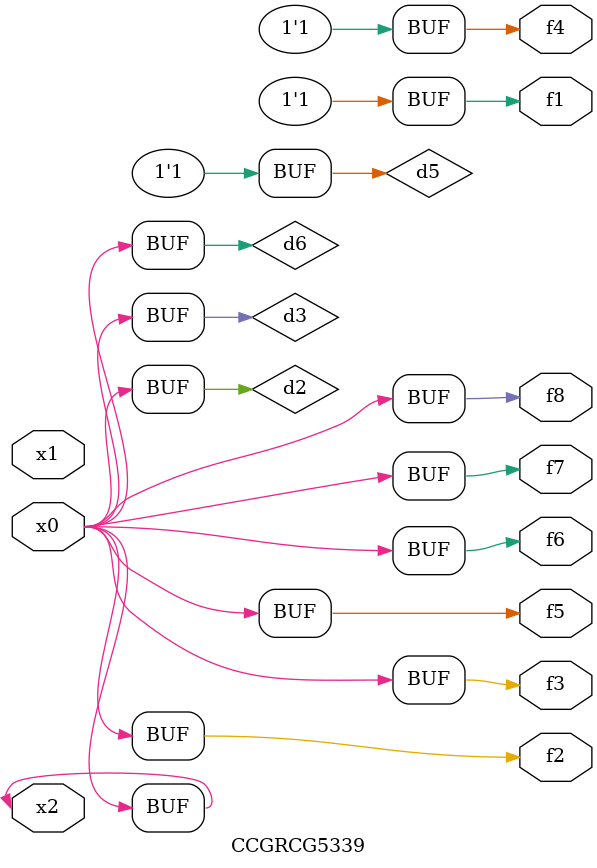
<source format=v>
module CCGRCG5339(
	input x0, x1, x2,
	output f1, f2, f3, f4, f5, f6, f7, f8
);

	wire d1, d2, d3, d4, d5, d6;

	xnor (d1, x2);
	buf (d2, x0, x2);
	and (d3, x0);
	xnor (d4, x1, x2);
	nand (d5, d1, d3);
	buf (d6, d2, d3);
	assign f1 = d5;
	assign f2 = d6;
	assign f3 = d6;
	assign f4 = d5;
	assign f5 = d6;
	assign f6 = d6;
	assign f7 = d6;
	assign f8 = d6;
endmodule

</source>
